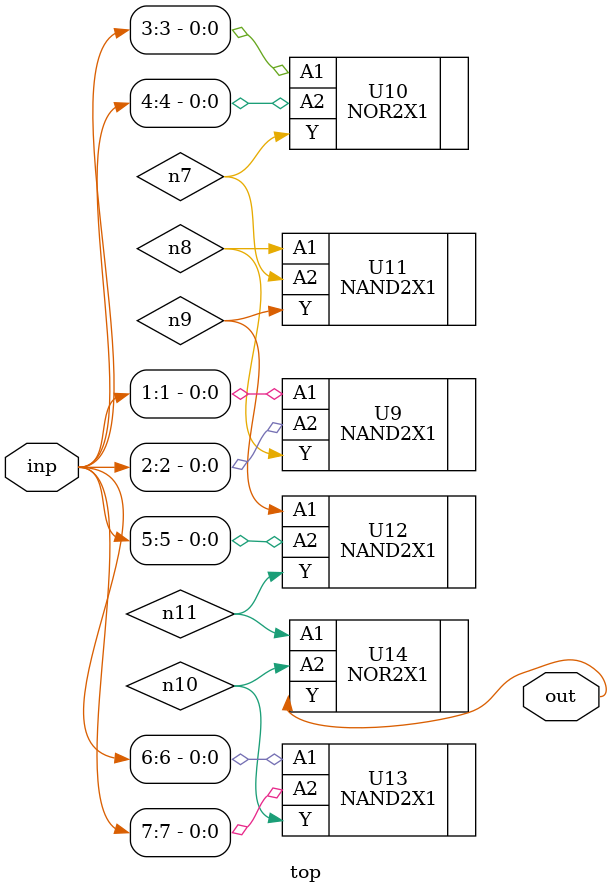
<source format=sv>


module top ( inp, out );
  input [7:0] inp;
  output out;
  wire   n7, n8, n9, n10, n11;

  NAND2X1 U9 ( .A1(inp[1]), .A2(inp[2]), .Y(n8) );
  NOR2X1 U10 ( .A1(inp[3]), .A2(inp[4]), .Y(n7) );
  NAND2X1 U11 ( .A1(n8), .A2(n7), .Y(n9) );
  NAND2X1 U12 ( .A1(n9), .A2(inp[5]), .Y(n11) );
  NAND2X1 U13 ( .A1(inp[6]), .A2(inp[7]), .Y(n10) );
  NOR2X1 U14 ( .A1(n11), .A2(n10), .Y(out) );
endmodule


</source>
